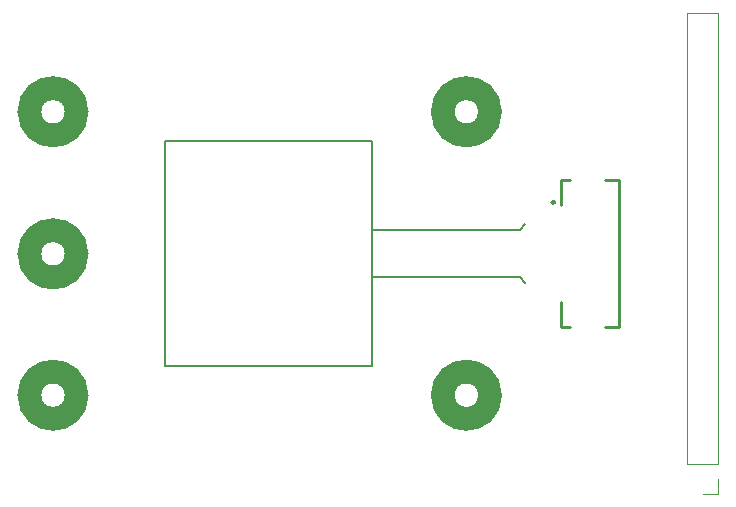
<source format=gbr>
%TF.GenerationSoftware,KiCad,Pcbnew,8.0.8-8.0.8-0~ubuntu24.04.1*%
%TF.CreationDate,2025-02-27T17:22:47+00:00*%
%TF.ProjectId,customSquare16x16mini,63757374-6f6d-4537-9175-617265313678,rev?*%
%TF.SameCoordinates,Original*%
%TF.FileFunction,Legend,Bot*%
%TF.FilePolarity,Positive*%
%FSLAX46Y46*%
G04 Gerber Fmt 4.6, Leading zero omitted, Abs format (unit mm)*
G04 Created by KiCad (PCBNEW 8.0.8-8.0.8-0~ubuntu24.04.1) date 2025-02-27 17:22:47*
%MOMM*%
%LPD*%
G01*
G04 APERTURE LIST*
%ADD10C,0.152400*%
%ADD11C,2.000000*%
%ADD12C,0.120000*%
%ADD13C,0.250000*%
%ADD14R,1.700000X1.700000*%
%ADD15O,1.700000X1.700000*%
%ADD16R,1.250000X0.300000*%
%ADD17R,2.500000X2.000000*%
G04 APERTURE END LIST*
D10*
X136750001Y-112750000D02*
X137250001Y-112250000D01*
X136750001Y-116750000D02*
X137250001Y-117250000D01*
X106750001Y-105250000D02*
X124250001Y-105250000D01*
X124250001Y-124250000D01*
X106750001Y-124250000D01*
X106750001Y-105250000D01*
X124250001Y-112749999D02*
X136750001Y-112750000D01*
X124250001Y-116750001D02*
X136750001Y-116750000D01*
D11*
X99249999Y-114780000D02*
G75*
G02*
X95250001Y-114780000I-1999999J0D01*
G01*
X95250001Y-114780000D02*
G75*
G02*
X99249999Y-114780000I1999999J0D01*
G01*
X134250000Y-102750000D02*
G75*
G02*
X130250000Y-102750000I-2000000J0D01*
G01*
X130250000Y-102750000D02*
G75*
G02*
X134250000Y-102750000I2000000J0D01*
G01*
X99250000Y-102750000D02*
G75*
G02*
X95249998Y-102750000I-2000001J0D01*
G01*
X95249998Y-102750000D02*
G75*
G02*
X99250000Y-102750000I2000001J0D01*
G01*
X99250000Y-126750000D02*
G75*
G02*
X95250000Y-126750000I-2000000J0D01*
G01*
X95250000Y-126750000D02*
G75*
G02*
X99250000Y-126750000I2000000J0D01*
G01*
X134250001Y-126750000D02*
G75*
G02*
X130249999Y-126750000I-2000001J0D01*
G01*
X130249999Y-126750000D02*
G75*
G02*
X134250001Y-126750000I2000001J0D01*
G01*
D12*
%TO.C,J2*%
X150920000Y-94370000D02*
X150920000Y-132530000D01*
X153580000Y-94370000D02*
X150920000Y-94370000D01*
X153580000Y-94370000D02*
X153580000Y-132530000D01*
X153580000Y-132530000D02*
X150920000Y-132530000D01*
X153580000Y-133800000D02*
X153580000Y-135130000D01*
X153580000Y-135130000D02*
X152250000Y-135130000D01*
D13*
%TO.C,FPC1*%
X140230000Y-118880000D02*
X140230000Y-120950000D01*
X140230000Y-120950000D02*
X141060000Y-120950000D01*
X140250000Y-108550000D02*
X141060000Y-108550000D01*
X140250000Y-110610000D02*
X140250000Y-108550000D01*
X144020000Y-108550000D02*
X145160000Y-108549999D01*
X144020000Y-120950000D02*
X145160000Y-120950001D01*
X145160000Y-120950001D02*
X145160000Y-108549999D01*
X139730000Y-110420000D02*
G75*
G02*
X139470000Y-110420000I-130000J0D01*
G01*
X139470000Y-110420000D02*
G75*
G02*
X139730000Y-110420000I130000J0D01*
G01*
%TD*%
%LPC*%
G36*
X107450001Y-107450000D02*
G01*
X122050001Y-107450000D01*
X122050001Y-122050000D01*
X107450001Y-122050000D01*
X107450001Y-107450000D01*
G37*
D14*
%TO.C,J1*%
X148250000Y-95700000D03*
D15*
X148250000Y-98240000D03*
X148250000Y-100780000D03*
X148250000Y-103320000D03*
X148250000Y-105860000D03*
X148250000Y-108400000D03*
X148250000Y-110940000D03*
X148250000Y-113480000D03*
X148250000Y-116020000D03*
X148250000Y-118560000D03*
X148250000Y-121100000D03*
X148250000Y-123640000D03*
X148250000Y-126180000D03*
X148250000Y-128720000D03*
X148250000Y-131260000D03*
X148250000Y-133800000D03*
%TD*%
D14*
%TO.C,J2*%
X152250000Y-133800000D03*
D15*
X152250000Y-131260000D03*
X152250000Y-128720000D03*
X152250000Y-126180000D03*
X152250000Y-123640000D03*
X152250000Y-121100000D03*
X152250000Y-118560000D03*
X152250000Y-116020000D03*
X152250000Y-113480000D03*
X152250000Y-110940000D03*
X152250000Y-108400000D03*
X152250000Y-105860000D03*
X152250000Y-103320000D03*
X152250000Y-100780000D03*
X152250000Y-98240000D03*
X152250000Y-95700000D03*
%TD*%
D16*
%TO.C,FPC1*%
X139960000Y-111000000D03*
X139960000Y-111500000D03*
X139960000Y-112000000D03*
X139960000Y-112500000D03*
X139960000Y-113000000D03*
X139960000Y-113500000D03*
X139960000Y-114000000D03*
X139960000Y-114500000D03*
X139960000Y-115000000D03*
X139960000Y-115500000D03*
X139960000Y-116000000D03*
X139960000Y-116500000D03*
X139960000Y-117000000D03*
X139960000Y-117500000D03*
X139960000Y-118000000D03*
X139960000Y-118500000D03*
D17*
X142540000Y-120190000D03*
X142540000Y-109310000D03*
%TD*%
%LPD*%
M02*

</source>
